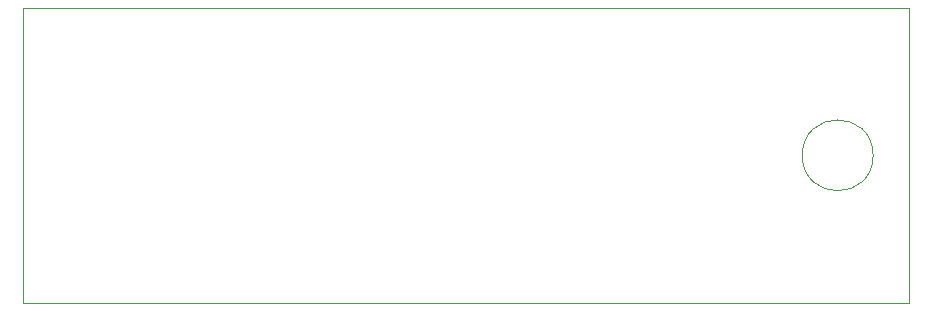
<source format=gm1>
G04 #@! TF.GenerationSoftware,KiCad,Pcbnew,(6.99.0-2103-gdc6c27b686)*
G04 #@! TF.CreationDate,2022-07-02T11:52:24+09:00*
G04 #@! TF.ProjectId,Boeing,426f6569-6e67-42e6-9b69-6361645f7063,rev?*
G04 #@! TF.SameCoordinates,Original*
G04 #@! TF.FileFunction,Profile,NP*
%FSLAX46Y46*%
G04 Gerber Fmt 4.6, Leading zero omitted, Abs format (unit mm)*
G04 Created by KiCad (PCBNEW (6.99.0-2103-gdc6c27b686)) date 2022-07-02 11:52:24*
%MOMM*%
%LPD*%
G01*
G04 APERTURE LIST*
G04 #@! TA.AperFunction,Profile*
%ADD10C,0.100000*%
G04 #@! TD*
G04 APERTURE END LIST*
D10*
X100000000Y-50000000D02*
X175000000Y-50000000D01*
X175000000Y-50000000D02*
X175000000Y-75000000D01*
X175000000Y-75000000D02*
X100000000Y-75000000D01*
X100000000Y-75000000D02*
X100000000Y-50000000D01*
X172000000Y-62500000D02*
G75*
G03*
X172000000Y-62500000I-3000000J0D01*
G01*
M02*

</source>
